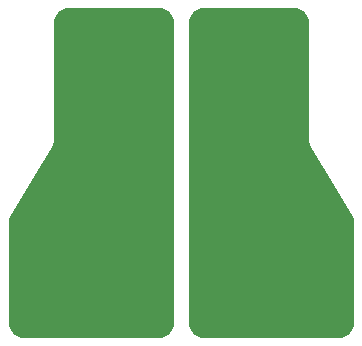
<source format=gbr>
%TF.GenerationSoftware,KiCad,Pcbnew,(5.1.10)-1*%
%TF.CreationDate,2022-03-13T21:33:56-05:00*%
%TF.ProjectId,SciMotorPCB,5363694d-6f74-46f7-9250-43422e6b6963,rev?*%
%TF.SameCoordinates,Original*%
%TF.FileFunction,Copper,L1,Top*%
%TF.FilePolarity,Positive*%
%FSLAX46Y46*%
G04 Gerber Fmt 4.6, Leading zero omitted, Abs format (unit mm)*
G04 Created by KiCad (PCBNEW (5.1.10)-1) date 2022-03-13 21:33:56*
%MOMM*%
%LPD*%
G01*
G04 APERTURE LIST*
%TA.AperFunction,ComponentPad*%
%ADD10O,5.100000X3.000000*%
%TD*%
%TA.AperFunction,ComponentPad*%
%ADD11O,3.000000X5.100000*%
%TD*%
%TA.AperFunction,Conductor*%
%ADD12C,0.254000*%
%TD*%
%TA.AperFunction,Conductor*%
%ADD13C,0.100000*%
%TD*%
G04 APERTURE END LIST*
D10*
%TO.P,Conn1,2*%
%TO.N,Net-(Conn1-Pad2)*%
X160708000Y-75439000D03*
%TO.P,Conn1,1*%
%TO.N,Net-(Conn1-Pad1)*%
X152808000Y-75439000D03*
%TD*%
D11*
%TO.P,J1,1*%
%TO.N,Net-(Conn1-Pad1)*%
X145097500Y-95910400D03*
%TD*%
%TO.P,J2,1*%
%TO.N,Net-(Conn1-Pad2)*%
X168592500Y-95910400D03*
%TD*%
D12*
%TO.N,Net-(Conn1-Pad2)*%
X166568395Y-73169843D02*
X166760765Y-73221388D01*
X166941260Y-73305555D01*
X167104390Y-73419780D01*
X167245220Y-73560610D01*
X167359445Y-73723740D01*
X167443612Y-73904235D01*
X167495157Y-74096605D01*
X167513000Y-74300548D01*
X167513000Y-84103230D01*
X167513515Y-84114653D01*
X167534065Y-84342196D01*
X167538158Y-84364674D01*
X167599144Y-84584852D01*
X167607199Y-84606232D01*
X167706647Y-84811921D01*
X167712082Y-84821981D01*
X171157173Y-90563799D01*
X171249133Y-90754001D01*
X171303997Y-90952077D01*
X171323000Y-91162491D01*
X171323000Y-99689452D01*
X171305157Y-99893395D01*
X171253612Y-100085765D01*
X171169445Y-100266260D01*
X171055220Y-100429390D01*
X170914390Y-100570220D01*
X170751260Y-100684445D01*
X170570765Y-100768612D01*
X170378395Y-100820157D01*
X170174452Y-100838000D01*
X158755548Y-100838000D01*
X158551605Y-100820157D01*
X158359235Y-100768612D01*
X158178740Y-100684445D01*
X158015610Y-100570220D01*
X157874780Y-100429390D01*
X157760555Y-100266260D01*
X157676388Y-100085765D01*
X157624843Y-99893395D01*
X157607000Y-99689452D01*
X157607000Y-74300548D01*
X157624843Y-74096605D01*
X157676388Y-73904235D01*
X157760555Y-73723740D01*
X157874780Y-73560610D01*
X158015610Y-73419780D01*
X158178740Y-73305555D01*
X158359235Y-73221388D01*
X158551605Y-73169843D01*
X158755548Y-73152000D01*
X166364452Y-73152000D01*
X166568395Y-73169843D01*
%TA.AperFunction,Conductor*%
D13*
G36*
X166568395Y-73169843D02*
G01*
X166760765Y-73221388D01*
X166941260Y-73305555D01*
X167104390Y-73419780D01*
X167245220Y-73560610D01*
X167359445Y-73723740D01*
X167443612Y-73904235D01*
X167495157Y-74096605D01*
X167513000Y-74300548D01*
X167513000Y-84103230D01*
X167513515Y-84114653D01*
X167534065Y-84342196D01*
X167538158Y-84364674D01*
X167599144Y-84584852D01*
X167607199Y-84606232D01*
X167706647Y-84811921D01*
X167712082Y-84821981D01*
X171157173Y-90563799D01*
X171249133Y-90754001D01*
X171303997Y-90952077D01*
X171323000Y-91162491D01*
X171323000Y-99689452D01*
X171305157Y-99893395D01*
X171253612Y-100085765D01*
X171169445Y-100266260D01*
X171055220Y-100429390D01*
X170914390Y-100570220D01*
X170751260Y-100684445D01*
X170570765Y-100768612D01*
X170378395Y-100820157D01*
X170174452Y-100838000D01*
X158755548Y-100838000D01*
X158551605Y-100820157D01*
X158359235Y-100768612D01*
X158178740Y-100684445D01*
X158015610Y-100570220D01*
X157874780Y-100429390D01*
X157760555Y-100266260D01*
X157676388Y-100085765D01*
X157624843Y-99893395D01*
X157607000Y-99689452D01*
X157607000Y-74300548D01*
X157624843Y-74096605D01*
X157676388Y-73904235D01*
X157760555Y-73723740D01*
X157874780Y-73560610D01*
X158015610Y-73419780D01*
X158178740Y-73305555D01*
X158359235Y-73221388D01*
X158551605Y-73169843D01*
X158755548Y-73152000D01*
X166364452Y-73152000D01*
X166568395Y-73169843D01*
G37*
%TD.AperFunction*%
%TD*%
D12*
%TO.N,Net-(Conn1-Pad1)*%
X155138395Y-73169843D02*
X155330765Y-73221388D01*
X155511260Y-73305555D01*
X155674390Y-73419780D01*
X155815220Y-73560610D01*
X155929445Y-73723740D01*
X156013612Y-73904235D01*
X156065157Y-74096605D01*
X156083000Y-74300548D01*
X156083000Y-99689452D01*
X156065157Y-99893395D01*
X156013612Y-100085765D01*
X155929445Y-100266260D01*
X155815220Y-100429390D01*
X155674390Y-100570220D01*
X155511260Y-100684445D01*
X155330765Y-100768612D01*
X155138395Y-100820157D01*
X154934452Y-100838000D01*
X143515548Y-100838000D01*
X143311605Y-100820157D01*
X143119235Y-100768612D01*
X142938740Y-100684445D01*
X142775610Y-100570220D01*
X142634780Y-100429390D01*
X142520555Y-100266260D01*
X142436388Y-100085765D01*
X142384843Y-99893395D01*
X142367000Y-99689452D01*
X142367000Y-91162491D01*
X142386003Y-90952077D01*
X142440867Y-90754001D01*
X142532827Y-90563799D01*
X145977918Y-84821981D01*
X145983353Y-84811921D01*
X146082801Y-84606232D01*
X146090856Y-84584852D01*
X146151842Y-84364674D01*
X146155935Y-84342196D01*
X146176485Y-84114653D01*
X146177000Y-84103230D01*
X146177000Y-74300548D01*
X146194843Y-74096605D01*
X146246388Y-73904235D01*
X146330555Y-73723740D01*
X146444780Y-73560610D01*
X146585610Y-73419780D01*
X146748740Y-73305555D01*
X146929235Y-73221388D01*
X147121605Y-73169843D01*
X147325548Y-73152000D01*
X154934452Y-73152000D01*
X155138395Y-73169843D01*
%TA.AperFunction,Conductor*%
D13*
G36*
X155138395Y-73169843D02*
G01*
X155330765Y-73221388D01*
X155511260Y-73305555D01*
X155674390Y-73419780D01*
X155815220Y-73560610D01*
X155929445Y-73723740D01*
X156013612Y-73904235D01*
X156065157Y-74096605D01*
X156083000Y-74300548D01*
X156083000Y-99689452D01*
X156065157Y-99893395D01*
X156013612Y-100085765D01*
X155929445Y-100266260D01*
X155815220Y-100429390D01*
X155674390Y-100570220D01*
X155511260Y-100684445D01*
X155330765Y-100768612D01*
X155138395Y-100820157D01*
X154934452Y-100838000D01*
X143515548Y-100838000D01*
X143311605Y-100820157D01*
X143119235Y-100768612D01*
X142938740Y-100684445D01*
X142775610Y-100570220D01*
X142634780Y-100429390D01*
X142520555Y-100266260D01*
X142436388Y-100085765D01*
X142384843Y-99893395D01*
X142367000Y-99689452D01*
X142367000Y-91162491D01*
X142386003Y-90952077D01*
X142440867Y-90754001D01*
X142532827Y-90563799D01*
X145977918Y-84821981D01*
X145983353Y-84811921D01*
X146082801Y-84606232D01*
X146090856Y-84584852D01*
X146151842Y-84364674D01*
X146155935Y-84342196D01*
X146176485Y-84114653D01*
X146177000Y-84103230D01*
X146177000Y-74300548D01*
X146194843Y-74096605D01*
X146246388Y-73904235D01*
X146330555Y-73723740D01*
X146444780Y-73560610D01*
X146585610Y-73419780D01*
X146748740Y-73305555D01*
X146929235Y-73221388D01*
X147121605Y-73169843D01*
X147325548Y-73152000D01*
X154934452Y-73152000D01*
X155138395Y-73169843D01*
G37*
%TD.AperFunction*%
%TD*%
M02*

</source>
